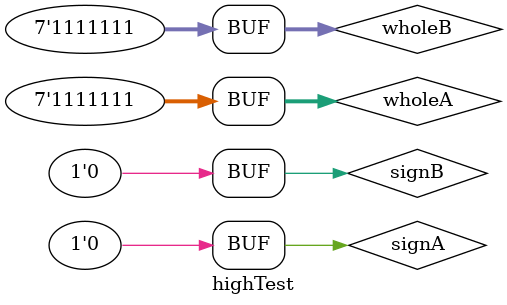
<source format=sv>
module highTest;
logic [6:0] wholeA,wholeB;
logic signA,signB;
logic [31:0] out;
logic sign,overflow;
high UUT(wholeA,wholeB,signA,signB,out,sign,overflow);
initial begin
	wholeA = 7'b1111111;
	wholeB = 7'b1111111;
	signA=1;
	signB=1;
	#10;
	wholeA = 7'b1111111;
	wholeB = 7'b1111111;
	signA=1;
	signB=0;
	#10;
	wholeA = 7'b1111111;
	wholeB = 7'b1111111;
	signA=0;
	signB=1;
	#10;
	wholeA = 7'b1111111;
	wholeB = 7'b1111111;
	signA=0;
	signB=0;
	#10;

end
endmodule

</source>
